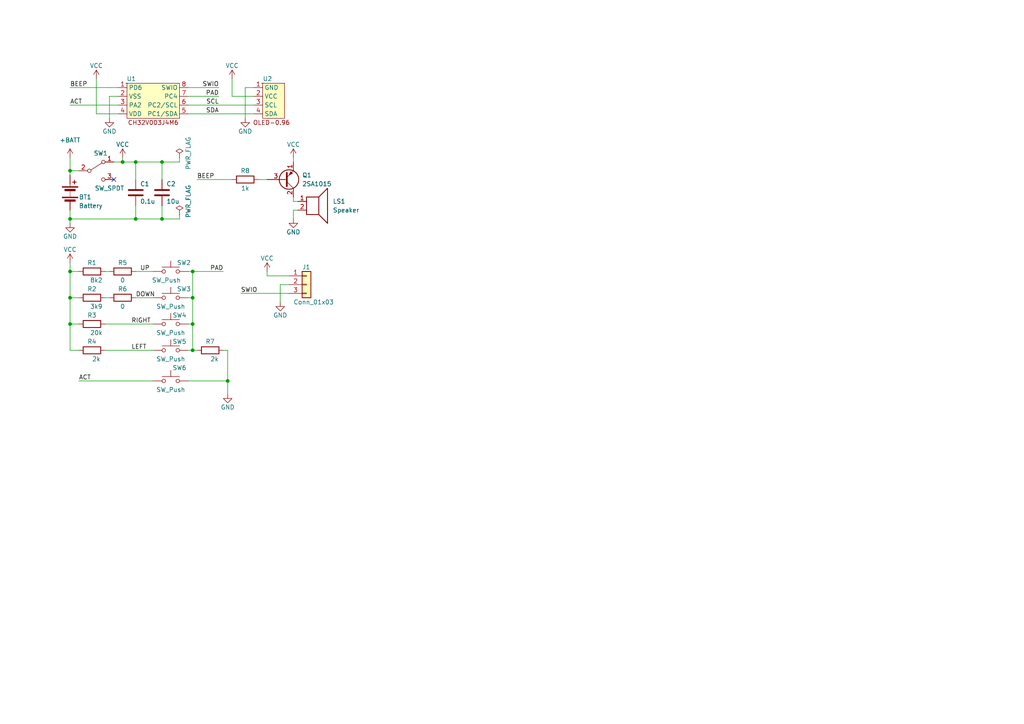
<source format=kicad_sch>
(kicad_sch (version 20230121) (generator eeschema)
  (paper "A4")
  (lib_symbols
    (symbol "Connector_Generic:Conn_01x03" (pin_names (offset 1.016) hide)
      (property "Reference" "J" (at 0 5.08 0))
      (property "Value" "Conn_01x03" (at 0 -5.08 0))
      (symbol "Conn_01x03_1_1"
        (rectangle (start -1.27 -2.413) (end 0 -2.667) (stroke (width 0.1524)))
        (rectangle (start -1.27 0.127) (end 0 -0.127) (stroke (width 0.1524)))
        (rectangle (start -1.27 2.667) (end 0 2.413) (stroke (width 0.1524)))
        (rectangle (start -1.27 3.81) (end 1.27 -3.81) (stroke (width 0.254)) (fill (type background)))
        (pin passive line (at -5.08 2.54 0) (length 3.81) (name "Pin_1") (number "1"))
        (pin passive line (at -5.08 0 0) (length 3.81) (name "Pin_2") (number "2"))
        (pin passive line (at -5.08 -2.54 0) (length 3.81) (name "Pin_3") (number "3"))
      )
    )
    (symbol "Device:Battery" (pin_numbers hide) (pin_names (offset 0) hide)
      (property "Reference" "BT" (at 2.54 2.54 0))
      (property "Value" "Battery" (at 2.54 0 0))
      (symbol "Battery_0_1"
        (rectangle (start -2.286 -1.27) (end 2.286 -1.524) (fill (type outline)))
        (rectangle (start -2.286 1.778) (end 2.286 1.524) (fill (type outline)))
        (rectangle (start -1.524 -2.032) (end 1.524 -2.54) (fill (type outline)))
        (rectangle (start -1.524 1.016) (end 1.524 0.508) (fill (type outline)))
        (polyline (pts (xy 0 -1.016) (xy 0 -0.762)))
        (polyline (pts (xy 0 -0.508) (xy 0 -0.254)))
        (polyline (pts (xy 0 0) (xy 0 0.254)))
        (polyline (pts (xy 0 1.778) (xy 0 2.54)))
        (polyline (pts (xy 0.762 3.048) (xy 1.778 3.048)) (stroke (width 0.254)))
        (polyline (pts (xy 1.27 3.556) (xy 1.27 2.54)) (stroke (width 0.254)))
      )
      (symbol "Battery_1_1"
        (pin passive line (at 0 5.08 270) (length 2.54) (name "+") (number "1"))
        (pin passive line (at 0 -5.08 90) (length 2.54) (name "-") (number "2"))
      )
    )
    (symbol "Device:C" (pin_numbers hide) (pin_names (offset 0.254))
      (property "Reference" "C" (at 0.635 2.54 0))
      (property "Value" "C" (at 0.635 -2.54 0))
      (symbol "C_0_1"
        (polyline (pts (xy -2.032 -0.762) (xy 2.032 -0.762)) (stroke (width 0.508)))
        (polyline (pts (xy -2.032 0.762) (xy 2.032 0.762)) (stroke (width 0.508)))
      )
      (symbol "C_1_1"
        (pin passive line (at 0 3.81 270) (length 2.794) (name "~") (number "1"))
        (pin passive line (at 0 -3.81 90) (length 2.794) (name "~") (number "2"))
      )
    )
    (symbol "Device:R" (pin_numbers hide) (pin_names (offset 0))
      (property "Reference" "R" (at 2.032 0 90))
      (property "Value" "R" (at 0 0 90))
      (symbol "R_0_1"
        (rectangle (start -1.016 -2.54) (end 1.016 2.54) (stroke (width 0.254)))
      )
      (symbol "R_1_1"
        (pin passive line (at 0 3.81 270) (length 1.27) (name "~") (number "1"))
        (pin passive line (at 0 -3.81 90) (length 1.27) (name "~") (number "2"))
      )
    )
    (symbol "Device:Speaker" (pin_names (offset 0) hide)
      (property "Reference" "LS" (at 1.27 5.715 0))
      (property "Value" "Speaker" (at 1.27 3.81 0))
      (symbol "Speaker_0_0"
        (rectangle (start -2.54 1.27) (end 1.016 -3.81) (stroke (width 0.254)))
        (polyline (pts (xy 1.016 1.27) (xy 3.556 3.81) (xy 3.556 -6.35) (xy 1.016 -3.81)) (stroke (width 0.254)))
      )
      (symbol "Speaker_1_1"
        (pin input line (at -5.08 0 0) (length 2.54) (name "1") (number "1"))
        (pin input line (at -5.08 -2.54 0) (length 2.54) (name "2") (number "2"))
      )
    )
    (symbol "Switch:SW_Push" (pin_numbers hide) (pin_names (offset 1.016) hide)
      (property "Reference" "SW" (at 1.27 2.54 0))
      (property "Value" "SW_Push" (at 0 -1.524 0))
      (symbol "SW_Push_0_1"
        (circle (center -2.032 0) (radius 0.508))
        (polyline (pts (xy 0 1.27) (xy 0 3.048)))
        (polyline (pts (xy 2.54 1.27) (xy -2.54 1.27)))
        (circle (center 2.032 0) (radius 0.508))
        (pin passive line (at -5.08 0 0) (length 2.54) (name "1") (number "1"))
        (pin passive line (at 5.08 0 180) (length 2.54) (name "2") (number "2"))
      )
    )
    (symbol "Switch:SW_SPDT" (pin_names (offset 0) hide)
      (property "Reference" "SW" (at 0 4.318 0))
      (property "Value" "SW_SPDT" (at 0 -5.08 0))
      (symbol "SW_SPDT_0_0"
        (circle (center -2.032 0) (radius 0.508))
        (circle (center 2.032 -2.54) (radius 0.508))
      )
      (symbol "SW_SPDT_0_1"
        (polyline (pts (xy -1.524 0.254) (xy 1.651 2.286)))
        (circle (center 2.032 2.54) (radius 0.508))
      )
      (symbol "SW_SPDT_1_1"
        (pin passive line (at 5.08 2.54 180) (length 2.54) (name "A") (number "1"))
        (pin passive line (at -5.08 0 0) (length 2.54) (name "B") (number "2"))
        (pin passive line (at 5.08 -2.54 180) (length 2.54) (name "C") (number "3"))
      )
    )
    (symbol "Transistor_BJT:2SA1015" (pin_names (offset 0) hide)
      (property "Reference" "Q" (at 5.08 1.905 0))
      (property "Value" "2SA1015" (at 5.08 0 0))
      (symbol "2SA1015_0_1"
        (polyline (pts (xy 0 0) (xy 0.635 0)))
        (polyline (pts (xy 2.54 -2.54) (xy 0.635 -0.635)))
        (polyline (pts (xy 2.54 2.54) (xy 0.635 0.635)))
        (polyline (pts (xy 0.635 1.905) (xy 0.635 -1.905) (xy 0.635 -1.905)) (stroke (width 0.508)) (fill (type outline)))
        (polyline (pts (xy 1.778 -2.286) (xy 2.286 -1.778) (xy 1.27 -1.27) (xy 1.778 -2.286) (xy 1.778 -2.286)) (fill (type outline)))
        (circle (center 1.27 0) (radius 2.8194) (stroke (width 0.254)))
      )
      (symbol "2SA1015_1_1"
        (pin passive line (at 2.54 -5.08 90) (length 2.54) (name "E") (number "1"))
        (pin passive line (at 2.54 5.08 270) (length 2.54) (name "C") (number "2"))
        (pin input line (at -5.08 0 0) (length 5.08) (name "B") (number "3"))
      )
    )
    (symbol "pcb-ch32-minigameconsole:CH32V003J4M6"
      (property "Reference" "U" (at 1.27 1.27 0))
      (symbol "CH32V003J4M6_0_1"
        (rectangle (start 15.24 -10.16) (end 15.24 -10.16))
      )
      (symbol "CH32V003J4M6_1_1"
        (rectangle (start 0 0) (end 15.24 -10.16) (fill (type background)))
        (text "CH32V003J4M6\n" (at 7.62 -11.43 0) (effects (font (size 1.27 1.27))))
        (pin passive line (at -2.54 -1.27 0) (length 2.54) (name "PD6") (number "1"))
        (pin power_in line (at -2.54 -3.81 0) (length 2.54) (name "VSS") (number "2"))
        (pin passive line (at -2.54 -6.35 0) (length 2.54) (name "PA2") (number "3"))
        (pin power_in line (at -2.54 -8.89 0) (length 2.54) (name "VDD") (number "4"))
        (pin passive line (at 17.78 -8.89 180) (length 2.54) (name "PC1/SDA") (number "5"))
        (pin passive line (at 17.78 -6.35 180) (length 2.54) (name "PC2/SCL") (number "6"))
        (pin passive line (at 17.78 -3.81 180) (length 2.54) (name "PC4") (number "7"))
        (pin passive line (at 17.78 -1.27 180) (length 2.54) (name "SWIO") (number "8"))
      )
    )
    (symbol "pcb-ch32-minigameconsole:OLED-0.96"
      (property "Reference" "U" (at 1.27 1.27 0))
      (symbol "OLED-0.96_1_1"
        (rectangle (start 0 0) (end 6.35 -10.16) (fill (type background)))
        (text "OLED-0.96" (at 2.54 -11.43 0) (effects (font (size 1.27 1.27))))
        (pin power_in line (at -2.54 -1.27 0) (length 2.54) (name "GND") (number "1"))
        (pin power_in line (at -2.54 -3.81 0) (length 2.54) (name "VCC") (number "2"))
        (pin input line (at -2.54 -6.35 0) (length 2.54) (name "SCL") (number "3"))
        (pin passive line (at -2.54 -8.89 0) (length 2.54) (name "SDA") (number "4"))
      )
    )
    (symbol "power:+BATT" (power) (pin_names (offset 0))
      (property "Value" "+BATT" (at 0 3.556 0))
      (symbol "+BATT_0_1"
        (polyline (pts (xy -0.762 1.27) (xy 0 2.54)))
        (polyline (pts (xy 0 0) (xy 0 2.54)))
        (polyline (pts (xy 0 2.54) (xy 0.762 1.27)))
      )
      (symbol "+BATT_1_1"
        (pin power_in line (at 0 0 90) (length 0) hide (name "+BATT") (number "1"))
      )
    )
    (symbol "power:GND" (power) (pin_names (offset 0))
      (property "Value" "GND" (at 0 -3.81 0))
      (symbol "GND_0_1"
        (polyline (pts (xy 0 0) (xy 0 -1.27) (xy 1.27 -1.27) (xy 0 -2.54) (xy -1.27 -1.27) (xy 0 -1.27)))
      )
      (symbol "GND_1_1"
        (pin power_in line (at 0 0 270) (length 0) hide (name "GND") (number "1"))
      )
    )
    (symbol "power:PWR_FLAG" (power) (pin_numbers hide) (pin_names (offset 0) hide)
      (property "Value" "PWR_FLAG" (at 0 3.81 0))
      (symbol "PWR_FLAG_0_0"
        (pin power_out line (at 0 0 90) (length 0) (name "pwr") (number "1"))
      )
      (symbol "PWR_FLAG_0_1"
        (polyline (pts (xy 0 0) (xy 0 1.27) (xy -1.016 1.905) (xy 0 2.54) (xy 1.016 1.905) (xy 0 1.27)))
      )
    )
    (symbol "power:VCC" (power) (pin_names (offset 0))
      (property "Value" "VCC" (at 0 3.81 0))
      (symbol "VCC_0_1"
        (polyline (pts (xy -0.762 1.27) (xy 0 2.54)))
        (polyline (pts (xy 0 0) (xy 0 2.54)))
        (polyline (pts (xy 0 2.54) (xy 0.762 1.27)))
      )
      (symbol "VCC_1_1"
        (pin power_in line (at 0 0 90) (length 0) hide (name "VCC") (number "1"))
      )
    )
  )
  (junction (at 20.32 78.74))
  (junction (at 66.04 110.49))
  (junction (at 39.37 63.5))
  (junction (at 55.88 78.74))
  (junction (at 20.32 49.53))
  (junction (at 46.99 46.99))
  (junction (at 55.88 86.36))
  (junction (at 55.88 93.98))
  (junction (at 39.37 46.99))
  (junction (at 55.88 101.6))
  (junction (at 35.56 46.99))
  (junction (at 46.99 63.5))
  (junction (at 20.32 63.5))
  (junction (at 20.32 93.98))
  (junction (at 20.32 86.36))
  (no_connect (at 33.02 52.07))
  (wire (pts (xy 20.32 86.36) (xy 22.86 86.36)))
  (wire (pts (xy 71.12 25.4) (xy 71.12 34.29)))
  (wire (pts (xy 20.32 93.98) (xy 20.32 101.6)))
  (wire (pts (xy 20.32 45.72) (xy 20.32 49.53)))
  (wire (pts (xy 20.32 60.96) (xy 20.32 63.5)))
  (wire (pts (xy 27.94 33.02) (xy 27.94 22.86)))
  (wire (pts (xy 85.09 57.15) (xy 85.09 58.42)))
  (wire (pts (xy 81.28 82.55) (xy 81.28 87.63)))
  (wire (pts (xy 74.93 52.07) (xy 77.47 52.07)))
  (wire (pts (xy 52.07 46.99) (xy 46.99 46.99)))
  (wire (pts (xy 54.61 86.36) (xy 55.88 86.36)))
  (wire (pts (xy 20.32 25.4) (xy 34.29 25.4)))
  (wire (pts (xy 67.31 27.94) (xy 67.31 22.86)))
  (wire (pts (xy 20.32 101.6) (xy 22.86 101.6)))
  (wire (pts (xy 73.66 25.4) (xy 71.12 25.4)))
  (wire (pts (xy 54.61 25.4) (xy 63.5 25.4)))
  (wire (pts (xy 39.37 46.99) (xy 46.99 46.99)))
  (wire (pts (xy 54.61 78.74) (xy 55.88 78.74)))
  (wire (pts (xy 66.04 101.6) (xy 66.04 110.49)))
  (wire (pts (xy 30.48 101.6) (xy 44.45 101.6)))
  (wire (pts (xy 69.85 85.09) (xy 83.82 85.09)))
  (wire (pts (xy 55.88 86.36) (xy 55.88 93.98)))
  (wire (pts (xy 30.48 78.74) (xy 31.75 78.74)))
  (wire (pts (xy 39.37 59.69) (xy 39.37 63.5)))
  (wire (pts (xy 39.37 63.5) (xy 46.99 63.5)))
  (wire (pts (xy 20.32 78.74) (xy 22.86 78.74)))
  (wire (pts (xy 52.07 45.72) (xy 52.07 46.99)))
  (wire (pts (xy 20.32 30.48) (xy 34.29 30.48)))
  (wire (pts (xy 54.61 30.48) (xy 73.66 30.48)))
  (wire (pts (xy 35.56 46.99) (xy 33.02 46.99)))
  (wire (pts (xy 20.32 76.2) (xy 20.32 78.74)))
  (wire (pts (xy 85.09 58.42) (xy 86.36 58.42)))
  (wire (pts (xy 39.37 46.99) (xy 39.37 52.07)))
  (wire (pts (xy 46.99 63.5) (xy 46.99 59.69)))
  (wire (pts (xy 20.32 50.8) (xy 20.32 49.53)))
  (wire (pts (xy 85.09 60.96) (xy 86.36 60.96)))
  (wire (pts (xy 30.48 86.36) (xy 31.75 86.36)))
  (wire (pts (xy 57.15 52.07) (xy 67.31 52.07)))
  (wire (pts (xy 54.61 93.98) (xy 55.88 93.98)))
  (wire (pts (xy 54.61 27.94) (xy 63.5 27.94)))
  (wire (pts (xy 20.32 49.53) (xy 22.86 49.53)))
  (wire (pts (xy 55.88 78.74) (xy 55.88 86.36)))
  (wire (pts (xy 39.37 78.74) (xy 44.45 78.74)))
  (wire (pts (xy 64.77 101.6) (xy 66.04 101.6)))
  (wire (pts (xy 20.32 63.5) (xy 20.32 64.77)))
  (wire (pts (xy 31.75 27.94) (xy 31.75 34.29)))
  (wire (pts (xy 22.86 110.49) (xy 44.45 110.49)))
  (wire (pts (xy 20.32 78.74) (xy 20.32 86.36)))
  (wire (pts (xy 83.82 80.01) (xy 77.47 80.01)))
  (wire (pts (xy 83.82 82.55) (xy 81.28 82.55)))
  (wire (pts (xy 54.61 33.02) (xy 73.66 33.02)))
  (wire (pts (xy 54.61 110.49) (xy 66.04 110.49)))
  (wire (pts (xy 46.99 46.99) (xy 46.99 52.07)))
  (wire (pts (xy 39.37 86.36) (xy 44.45 86.36)))
  (wire (pts (xy 73.66 27.94) (xy 67.31 27.94)))
  (wire (pts (xy 66.04 110.49) (xy 66.04 114.3)))
  (wire (pts (xy 35.56 45.72) (xy 35.56 46.99)))
  (wire (pts (xy 77.47 80.01) (xy 77.47 78.74)))
  (wire (pts (xy 52.07 62.23) (xy 52.07 63.5)))
  (wire (pts (xy 55.88 101.6) (xy 57.15 101.6)))
  (wire (pts (xy 55.88 93.98) (xy 55.88 101.6)))
  (wire (pts (xy 34.29 27.94) (xy 31.75 27.94)))
  (wire (pts (xy 34.29 33.02) (xy 27.94 33.02)))
  (wire (pts (xy 20.32 86.36) (xy 20.32 93.98)))
  (wire (pts (xy 20.32 63.5) (xy 39.37 63.5)))
  (wire (pts (xy 30.48 93.98) (xy 44.45 93.98)))
  (wire (pts (xy 20.32 93.98) (xy 22.86 93.98)))
  (wire (pts (xy 54.61 101.6) (xy 55.88 101.6)))
  (wire (pts (xy 85.09 63.5) (xy 85.09 60.96)))
  (wire (pts (xy 85.09 45.72) (xy 85.09 46.99)))
  (wire (pts (xy 55.88 78.74) (xy 64.77 78.74)))
  (wire (pts (xy 52.07 63.5) (xy 46.99 63.5)))
  (wire (pts (xy 35.56 46.99) (xy 39.37 46.99)))
  (label "SWIO" (at 69.85 85.09 0))
  (label "SCL" (at 63.5 30.48 180))
  (label "UP" (at 40.64 78.74 0))
  (label "SWIO" (at 63.5 25.4 180))
  (label "ACT" (at 22.86 110.49 0))
  (label "BEEP" (at 20.32 25.4 0))
  (label "BEEP" (at 57.15 52.07 0))
  (label "SDA" (at 63.5 33.02 180))
  (label "ACT" (at 20.32 30.48 0))
  (label "PAD" (at 63.5 27.94 180))
  (label "PAD" (at 64.77 78.74 180))
  (label "LEFT" (at 38.1 101.6 0))
  (label "RIGHT" (at 38.1 93.98 0))
  (label "DOWN" (at 39.37 86.36 0))
  (symbol (lib_id "Device:C") (at 46.99 55.88 0) (unit 1)
    (property "Reference" "C2" (at 48.26 53.34 0) (effects (justify left)))
    (property "Value" "10u" (at 48.26 58.42 0) (effects (justify left)))
    (property "Footprint" "Capacitor_THT:C_Disc_D4.7mm_W2.5mm_P5.00mm" (effects hide))
  )
  (symbol (lib_id "Device:R") (at 26.67 86.36 90) (unit 1)
    (property "Reference" "R2" (at 26.67 83.82 90))
    (property "Value" "3k9" (at 27.94 88.9 90))
    (property "Footprint" "Resistor_THT:R_Axial_DIN0204_L3.6mm_D1.6mm_P5.08mm_Horizontal" (effects hide))
  )
  (symbol (lib_id "Transistor_BJT:2SA1015") (at 82.55 52.07 0) (mirror x) (unit 1)
    (property "Reference" "Q1" (at 87.63 50.8 0) (effects (justify left)))
    (property "Value" "2SA1015" (at 87.63 53.34 0) (effects (justify left)))
    (property "Footprint" "Package_TO_SOT_THT:TO-92_Inline" (effects hide))
    (property "Datasheet" "http://www.datasheetcatalog.org/datasheet/toshiba/905.pdf" (effects hide))
  )
  (symbol (lib_id "power:GND") (at 81.28 87.63 0) (unit 1)
    (property "Reference" "#PWR010" (effects hide))
    (property "Value" "GND" (at 81.28 91.44 0))
  )
  (symbol (lib_id "power:VCC") (at 67.31 22.86 0) (unit 1)
    (property "Reference" "#PWR07" (effects hide))
    (property "Value" "VCC" (at 67.31 19.05 0))
  )
  (symbol (lib_id "power:PWR_FLAG") (at 52.07 62.23 0) (unit 1)
    (property "Reference" "#FLG02" (effects hide))
    (property "Value" "PWR_FLAG" (at 54.61 58.42 90))
  )
  (symbol (lib_id "Connector_Generic:Conn_01x03") (at 88.9 82.55 0) (unit 1)
    (property "Reference" "J1" (at 87.63 77.47 0) (effects (justify left)))
    (property "Value" "Conn_01x03" (at 85.09 87.63 0) (effects (justify left)))
    (property "Footprint" "Connector_PinSocket_2.54mm:PinSocket_1x03_P2.54mm_Horizontal" (effects hide))
  )
  (symbol (lib_id "power:GND") (at 71.12 34.29 0) (unit 1)
    (property "Reference" "#PWR08" (effects hide))
    (property "Value" "GND" (at 71.12 38.1 0))
  )
  (symbol (lib_id "power:GND") (at 85.09 63.5 0) (unit 1)
    (property "Reference" "#PWR012" (effects hide))
    (property "Value" "GND" (at 85.09 67.31 0))
  )
  (symbol (lib_id "power:VCC") (at 27.94 22.86 0) (unit 1)
    (property "Reference" "#PWR03" (effects hide))
    (property "Value" "VCC" (at 27.94 19.05 0))
  )
  (symbol (lib_id "Device:R") (at 26.67 101.6 90) (unit 1)
    (property "Reference" "R4" (at 26.67 99.06 90))
    (property "Value" "2k" (at 27.94 104.14 90))
    (property "Footprint" "Resistor_THT:R_Axial_DIN0204_L3.6mm_D1.6mm_P5.08mm_Horizontal" (effects hide))
  )
  (symbol (lib_id "Switch:SW_Push") (at 49.53 93.98 0) (unit 1)
    (property "Reference" "SW4" (at 52.07 91.44 0))
    (property "Value" "SW_Push" (at 49.53 96.52 0))
    (property "Footprint" "Button_Switch_THT:SW_PUSH_6mm_H7.3mm" (effects hide))
  )
  (symbol (lib_id "Device:Speaker") (at 91.44 58.42 0) (unit 1)
    (property "Reference" "LS1" (at 96.52 58.42 0) (effects (justify left)))
    (property "Value" "Speaker" (at 96.52 60.96 0) (effects (justify left)))
    (property "Footprint" "pcb-ch32-minigameconsole:PKM13EPYH4000-A0" (effects hide))
  )
  (symbol (lib_id "Switch:SW_Push") (at 49.53 101.6 0) (unit 1)
    (property "Reference" "SW5" (at 52.07 99.06 0))
    (property "Value" "SW_Push" (at 49.53 104.14 0))
    (property "Footprint" "Button_Switch_THT:SW_PUSH_6mm_H7.3mm" (effects hide))
  )
  (symbol (lib_id "Switch:SW_Push") (at 49.53 110.49 0) (unit 1)
    (property "Reference" "SW6" (at 52.07 106.68 0))
    (property "Value" "SW_Push" (at 49.53 113.03 0))
    (property "Footprint" "Button_Switch_THT:SW_PUSH_6mm_H7.3mm" (effects hide))
  )
  (symbol (lib_id "Device:R") (at 26.67 78.74 90) (unit 1)
    (property "Reference" "R1" (at 26.67 76.2 90))
    (property "Value" "8k2" (at 27.94 81.28 90))
    (property "Footprint" "Resistor_THT:R_Axial_DIN0204_L3.6mm_D1.6mm_P5.08mm_Horizontal" (effects hide))
  )
  (symbol (lib_id "power:+BATT") (at 20.32 45.72 0) (unit 1)
    (property "Reference" "#PWR013" (effects hide))
    (property "Value" "+BATT" (at 20.32 40.64 0))
  )
  (symbol (lib_id "Device:C") (at 39.37 55.88 0) (unit 1)
    (property "Reference" "C1" (at 40.64 53.34 0) (effects (justify left)))
    (property "Value" "0.1u" (at 40.64 58.42 0) (effects (justify left)))
    (property "Footprint" "Capacitor_THT:C_Disc_D4.7mm_W2.5mm_P5.00mm" (effects hide))
  )
  (symbol (lib_id "power:VCC") (at 77.47 78.74 0) (unit 1)
    (property "Reference" "#PWR09" (effects hide))
    (property "Value" "VCC" (at 77.47 74.93 0))
  )
  (symbol (lib_id "power:GND") (at 20.32 64.77 0) (unit 1)
    (property "Reference" "#PWR01" (effects hide))
    (property "Value" "GND" (at 20.32 68.58 0))
  )
  (symbol (lib_id "Device:R") (at 35.56 86.36 90) (unit 1)
    (property "Reference" "R6" (at 35.56 83.82 90))
    (property "Value" "0" (at 35.56 88.9 90))
    (property "Footprint" "Resistor_THT:R_Axial_DIN0204_L3.6mm_D1.6mm_P5.08mm_Horizontal" (effects hide))
  )
  (symbol (lib_id "Switch:SW_Push") (at 49.53 78.74 0) (unit 1)
    (property "Reference" "SW2" (at 53.34 76.2 0))
    (property "Value" "SW_Push" (at 48.26 81.28 0))
    (property "Footprint" "Button_Switch_THT:SW_PUSH_6mm_H7.3mm" (effects hide))
  )
  (symbol (lib_id "Switch:SW_SPDT") (at 27.94 49.53 0) (unit 1)
    (property "Reference" "SW1" (at 29.21 44.45 0))
    (property "Value" "SW_SPDT" (at 31.75 54.61 0))
    (property "Footprint" "pcb-ch32-minigameconsole:SS-12D00G3" (effects hide))
  )
  (symbol (lib_id "power:GND") (at 31.75 34.29 0) (unit 1)
    (property "Reference" "#PWR04" (effects hide))
    (property "Value" "GND" (at 31.75 38.1 0))
  )
  (symbol (lib_id "power:VCC") (at 35.56 45.72 0) (unit 1)
    (property "Reference" "#PWR05" (effects hide))
    (property "Value" "VCC" (at 35.56 41.91 0))
  )
  (symbol (lib_id "power:VCC") (at 20.32 76.2 0) (unit 1)
    (property "Reference" "#PWR02" (effects hide))
    (property "Value" "VCC" (at 20.32 72.39 0))
  )
  (symbol (lib_id "power:GND") (at 66.04 114.3 0) (unit 1)
    (property "Reference" "#PWR06" (effects hide))
    (property "Value" "GND" (at 66.04 118.11 0))
  )
  (symbol (lib_id "Device:R") (at 35.56 78.74 90) (unit 1)
    (property "Reference" "R5" (at 35.56 76.2 90))
    (property "Value" "0" (at 35.56 81.28 90))
    (property "Footprint" "Resistor_THT:R_Axial_DIN0204_L3.6mm_D1.6mm_P5.08mm_Horizontal" (effects hide))
  )
  (symbol (lib_id "Device:Battery") (at 20.32 55.88 0) (unit 1)
    (property "Reference" "BT1" (at 22.86 57.15 0) (effects (justify left)))
    (property "Value" "Battery" (at 22.86 59.69 0) (effects (justify left)))
    (property "Footprint" "pcb-ch32-minigameconsole:CH25-2032LF" (effects hide))
  )
  (symbol (lib_id "Switch:SW_Push") (at 49.53 86.36 0) (unit 1)
    (property "Reference" "SW3" (at 53.34 83.82 0))
    (property "Value" "SW_Push" (at 49.53 88.9 0))
    (property "Footprint" "Button_Switch_THT:SW_PUSH_6mm_H7.3mm" (effects hide))
  )
  (symbol (lib_id "pcb-ch32-minigameconsole:OLED-0.96") (at 76.2 24.13 0) (unit 1)
    (property "Reference" "U2" (at 76.2 22.86 0) (effects (justify left)))
    (property "Value" "~" (at 76.2 24.13 0))
    (property "Footprint" "pcb-ch32-minigameconsole:OLED-0.96" (effects hide))
  )
  (symbol (lib_id "Device:R") (at 26.67 93.98 90) (unit 1)
    (property "Reference" "R3" (at 26.67 91.44 90))
    (property "Value" "20k" (at 27.94 96.52 90))
    (property "Footprint" "Resistor_THT:R_Axial_DIN0204_L3.6mm_D1.6mm_P5.08mm_Horizontal" (effects hide))
  )
  (symbol (lib_id "pcb-ch32-minigameconsole:CH32V003J4M6") (at 36.83 24.13 0) (unit 1)
    (property "Reference" "U1" (at 38.1 22.86 0))
    (property "Value" "~" (at 36.83 24.13 0))
    (property "Footprint" "pcb-ch32-minigameconsole:CH32V003J4M6-Dual" (effects hide))
  )
  (symbol (lib_id "Device:R") (at 60.96 101.6 90) (unit 1)
    (property "Reference" "R7" (at 60.96 99.06 90))
    (property "Value" "2k" (at 62.23 104.14 90))
    (property "Footprint" "Resistor_THT:R_Axial_DIN0204_L3.6mm_D1.6mm_P5.08mm_Horizontal" (effects hide))
  )
  (symbol (lib_id "Device:R") (at 71.12 52.07 90) (unit 1)
    (property "Reference" "R8" (at 71.12 49.53 90))
    (property "Value" "1k" (at 71.12 54.61 90))
    (property "Footprint" "Resistor_THT:R_Axial_DIN0204_L3.6mm_D1.6mm_P5.08mm_Horizontal" (effects hide))
  )
  (symbol (lib_id "power:PWR_FLAG") (at 52.07 45.72 0) (unit 1)
    (property "Reference" "#FLG01" (effects hide))
    (property "Value" "PWR_FLAG" (at 54.61 44.45 90))
  )
  (symbol (lib_id "power:VCC") (at 85.09 45.72 0) (unit 1)
    (property "Reference" "#PWR011" (effects hide))
    (property "Value" "VCC" (at 85.09 41.91 0))
  )
)
</source>
